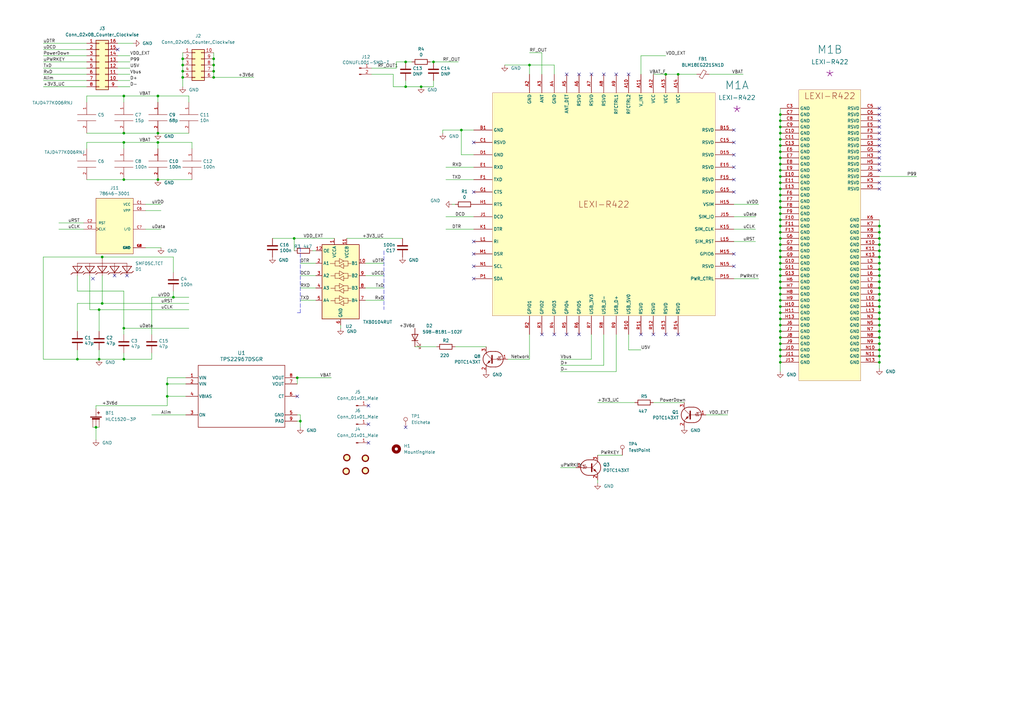
<source format=kicad_sch>
(kicad_sch (version 20231120) (generator "eeschema") (generator_version "8.0")
  (paper "A3")
  (title_block (title "Modem BG95") (rev "4.0") (company "Delta Electronics SRL"))
  (junction (at 320.04 69.85))
  (junction (at 87.63 26.67))
  (junction (at 320.04 123.19))
  (junction (at 68.58 162.56))
  (junction (at 74.93 24.13))
  (junction (at 320.04 87.63))
  (junction (at 320.04 90.17))
  (junction (at 360.68 130.81))
  (junction (at 166.37 25.4))
  (junction (at 64.77 58.42))
  (junction (at 320.04 146.05))
  (junction (at 121.92 154.94))
  (junction (at 273.05 30.48))
  (junction (at 360.68 107.95))
  (junction (at 360.68 100.33))
  (junction (at 41.91 124.46))
  (junction (at 189.23 53.34))
  (junction (at 320.04 140.97))
  (junction (at 320.04 100.33))
  (junction (at 320.04 130.81))
  (junction (at 320.04 135.89))
  (junction (at 50.8 147.32))
  (junction (at 360.68 128.27))
  (junction (at 74.93 29.21))
  (junction (at 68.58 157.48))
  (junction (at 64.77 73.66))
  (junction (at 320.04 46.99))
  (junction (at 360.68 95.25))
  (junction (at 320.04 64.77))
  (junction (at 360.68 140.97))
  (junction (at 320.04 82.55))
  (junction (at 50.8 54.61))
  (junction (at 360.68 113.03))
  (junction (at 123.19 172.72))
  (junction (at 320.04 49.53))
  (junction (at 71.12 121.92))
  (junction (at 41.91 105.41))
  (junction (at 320.04 105.41))
  (junction (at 360.68 102.87))
  (junction (at 120.65 97.79))
  (junction (at 320.04 54.61))
  (junction (at 50.8 58.42))
  (junction (at 360.68 148.59))
  (junction (at 177.8 25.4))
  (junction (at 320.04 118.11))
  (junction (at 50.8 73.66))
  (junction (at 320.04 85.09))
  (junction (at 360.68 125.73))
  (junction (at 320.04 57.15))
  (junction (at 74.93 31.75))
  (junction (at 320.04 128.27))
  (junction (at 31.75 147.32))
  (junction (at 320.04 115.57))
  (junction (at 320.04 97.79))
  (junction (at 360.68 110.49))
  (junction (at 172.72 35.56))
  (junction (at 217.17 26.67))
  (junction (at 360.68 135.89))
  (junction (at 320.04 80.01))
  (junction (at 320.04 92.71))
  (junction (at 360.68 118.11))
  (junction (at 87.63 29.21))
  (junction (at 360.68 133.35))
  (junction (at 278.13 30.48))
  (junction (at 87.63 24.13))
  (junction (at 320.04 95.25))
  (junction (at 360.68 115.57))
  (junction (at 320.04 133.35))
  (junction (at 360.68 120.65))
  (junction (at 320.04 59.69))
  (junction (at 320.04 125.73))
  (junction (at 320.04 120.65))
  (junction (at 50.8 39.37))
  (junction (at 360.68 123.19))
  (junction (at 50.8 134.62))
  (junction (at 39.37 175.26))
  (junction (at 64.77 39.37))
  (junction (at 64.77 54.61))
  (junction (at 320.04 113.03))
  (junction (at 40.64 147.32))
  (junction (at 320.04 62.23))
  (junction (at 360.68 97.79))
  (junction (at 360.68 92.71))
  (junction (at 360.68 143.51))
  (junction (at 320.04 52.07))
  (junction (at 320.04 143.51))
  (junction (at 320.04 77.47))
  (junction (at 320.04 148.59))
  (junction (at 320.04 72.39))
  (junction (at 166.37 35.56))
  (junction (at 40.64 127))
  (junction (at 360.68 146.05))
  (junction (at 320.04 102.87))
  (junction (at 360.68 138.43))
  (junction (at 320.04 74.93))
  (junction (at 74.93 26.67))
  (junction (at 320.04 67.31))
  (junction (at 360.68 105.41))
  (junction (at 320.04 138.43))
  (junction (at 87.63 31.75))
  (junction (at 320.04 110.49))
  (junction (at 320.04 107.95))
  (no_connect (at 151.13 181.61))
  (no_connect (at 52.07 113.03))
  (no_connect (at 300.99 58.42))
  (no_connect (at 194.31 78.74))
  (no_connect (at 360.68 67.31))
  (no_connect (at 151.13 166.37))
  (no_connect (at 262.89 137.16))
  (no_connect (at 48.26 20.32))
  (no_connect (at 222.25 137.16))
  (no_connect (at 252.73 30.48))
  (no_connect (at 194.31 104.14))
  (no_connect (at 300.99 63.5))
  (no_connect (at 360.68 54.61))
  (no_connect (at 237.49 30.48))
  (no_connect (at 121.92 162.56))
  (no_connect (at 360.68 49.53))
  (no_connect (at 194.31 58.42))
  (no_connect (at 242.57 30.48))
  (no_connect (at 300.99 73.66))
  (no_connect (at 273.05 137.16))
  (no_connect (at 360.68 44.45))
  (no_connect (at 166.37 175.26))
  (no_connect (at 360.68 77.47))
  (no_connect (at 46.99 113.03))
  (no_connect (at 300.99 68.58))
  (no_connect (at 257.81 30.48))
  (no_connect (at 360.68 62.23))
  (no_connect (at 300.99 104.14))
  (no_connect (at 232.41 30.48))
  (no_connect (at 278.13 137.16))
  (no_connect (at 300.99 109.22))
  (no_connect (at 360.68 57.15))
  (no_connect (at 360.68 74.93))
  (no_connect (at 267.97 137.16))
  (no_connect (at 360.68 69.85))
  (no_connect (at 38.1 114.3))
  (no_connect (at 194.31 109.22))
  (no_connect (at 227.33 137.16))
  (no_connect (at 300.99 53.34))
  (no_connect (at 360.68 64.77))
  (no_connect (at 247.65 30.48))
  (no_connect (at 360.68 46.99))
  (no_connect (at 360.68 52.07))
  (no_connect (at 194.31 99.06))
  (no_connect (at 360.68 59.69))
  (no_connect (at 237.49 137.16))
  (no_connect (at 300.99 78.74))
  (no_connect (at 194.31 114.3))
  (no_connect (at 232.41 137.16))
  (no_connect (at 151.13 173.99))
  (wire (pts (xy 189.23 53.34) (xy 194.31 53.34)))
  (wire (pts (xy 68.58 157.48) (xy 76.2 157.48)))
  (wire (pts (xy 320.04 115.57) (xy 320.04 118.11)))
  (wire (pts (xy 17.78 27.94) (xy 35.56 27.94)))
  (wire (pts (xy 36.83 113.03) (xy 36.83 127)))
  (wire (pts (xy 320.04 80.01) (xy 320.04 82.55)))
  (wire (pts (xy 48.26 35.56) (xy 53.34 35.56)))
  (wire (pts (xy 162.56 25.4) (xy 162.56 27.94)))
  (wire (pts (xy 360.68 113.03) (xy 360.68 115.57)))
  (wire (pts (xy 320.04 140.97) (xy 320.04 143.51)))
  (wire (pts (xy 229.87 152.4) (xy 252.73 152.4)))
  (wire (pts (xy 320.04 52.07) (xy 320.04 54.61)))
  (wire (pts (xy 320.04 146.05) (xy 320.04 148.59)))
  (wire (pts (xy 121.92 154.94) (xy 135.89 154.94)))
  (wire (pts (xy 172.72 35.56) (xy 177.8 35.56)))
  (wire (pts (xy 360.68 92.71) (xy 360.68 95.25)))
  (wire (pts (xy 245.11 196.85) (xy 245.11 198.12)))
  (wire (pts (xy 35.56 58.42) (xy 50.8 58.42)))
  (wire (pts (xy 157.48 107.95) (xy 149.86 107.95)))
  (wire (pts (xy 68.58 157.48) (xy 68.58 154.94)))
  (wire (pts (xy 360.68 123.19) (xy 360.68 125.73)))
  (wire (pts (xy 320.04 64.77) (xy 320.04 67.31)))
  (wire (pts (xy 177.8 33.02) (xy 177.8 35.56)))
  (wire (pts (xy 40.64 143.51) (xy 40.64 147.32)))
  (wire (pts (xy 360.68 107.95) (xy 360.68 110.49)))
  (wire (pts (xy 50.8 39.37) (xy 64.77 39.37)))
  (wire (pts (xy 229.87 149.86) (xy 247.65 149.86)))
  (wire (pts (xy 222.25 30.48) (xy 222.25 21.59)))
  (wire (pts (xy 31.75 147.32) (xy 40.64 147.32)))
  (wire (pts (xy 300.99 99.06) (xy 309.88 99.06)))
  (wire (pts (xy 360.68 72.39) (xy 375.92 72.39)))
  (wire (pts (xy 121.92 172.72) (xy 123.19 172.72)))
  (wire (pts (xy 17.78 147.32) (xy 31.75 147.32)))
  (wire (pts (xy 31.75 143.51) (xy 31.75 147.32)))
  (wire (pts (xy 120.65 97.79) (xy 120.65 102.87)))
  (wire (pts (xy 194.31 93.98) (xy 182.88 93.98)))
  (wire (pts (xy 62.23 137.16) (xy 62.23 121.92)))
  (wire (pts (xy 161.29 35.56) (xy 166.37 35.56)))
  (wire (pts (xy 68.58 154.94) (xy 76.2 154.94)))
  (wire (pts (xy 87.63 24.13) (xy 87.63 26.67)))
  (wire (pts (xy 59.69 86.36) (xy 66.04 86.36)))
  (wire (pts (xy 257.81 137.16) (xy 257.81 143.51)))
  (wire (pts (xy 298.45 170.18) (xy 289.56 170.18)))
  (wire (pts (xy 320.04 54.61) (xy 320.04 57.15)))
  (wire (pts (xy 40.64 127) (xy 77.47 127)))
  (wire (pts (xy 39.37 166.37) (xy 68.58 166.37)))
  (wire (pts (xy 320.04 130.81) (xy 320.04 133.35)))
  (wire (pts (xy 17.78 25.4) (xy 35.56 25.4)))
  (wire (pts (xy 129.54 113.03) (xy 123.19 113.03)))
  (wire (pts (xy 50.8 41.91) (xy 50.8 39.37)))
  (wire (pts (xy 35.56 54.61) (xy 50.8 54.61)))
  (wire (pts (xy 181.61 53.34) (xy 189.23 53.34)))
  (wire (pts (xy 71.12 121.92) (xy 77.47 121.92)))
  (wire (pts (xy 217.17 26.67) (xy 217.17 30.48)))
  (wire (pts (xy 48.26 22.86) (xy 53.34 22.86)))
  (wire (pts (xy 320.04 133.35) (xy 320.04 135.89)))
  (wire (pts (xy 320.04 128.27) (xy 320.04 130.81)))
  (wire (pts (xy 121.92 154.94) (xy 121.92 157.48)))
  (wire (pts (xy 39.37 180.34) (xy 39.37 175.26)))
  (wire (pts (xy 31.75 124.46) (xy 31.75 135.89)))
  (wire (pts (xy 290.83 30.48) (xy 304.8 30.48)))
  (wire (pts (xy 217.17 137.16) (xy 217.17 147.32)))
  (wire (pts (xy 123.19 175.26) (xy 123.19 172.72)))
  (wire (pts (xy 87.63 21.59) (xy 87.63 24.13)))
  (wire (pts (xy 320.04 46.99) (xy 320.04 49.53)))
  (wire (pts (xy 320.04 49.53) (xy 320.04 52.07)))
  (wire (pts (xy 320.04 44.45) (xy 320.04 46.99)))
  (wire (pts (xy 320.04 143.51) (xy 320.04 146.05)))
  (wire (pts (xy 185.42 83.82) (xy 186.69 83.82)))
  (wire (pts (xy 227.33 30.48) (xy 227.33 26.67)))
  (wire (pts (xy 360.68 130.81) (xy 360.68 133.35)))
  (wire (pts (xy 64.77 58.42) (xy 78.74 58.42)))
  (wire (pts (xy 77.47 39.37) (xy 77.47 41.91)))
  (wire (pts (xy 252.73 152.4) (xy 252.73 137.16)))
  (wire (pts (xy 229.87 147.32) (xy 242.57 147.32)))
  (wire (pts (xy 320.04 148.59) (xy 320.04 152.4)))
  (wire (pts (xy 17.78 30.48) (xy 35.56 30.48)))
  (wire (pts (xy 280.67 165.1) (xy 267.97 165.1)))
  (wire (pts (xy 320.04 95.25) (xy 320.04 97.79)))
  (wire (pts (xy 76.2 170.18) (xy 62.23 170.18)))
  (polyline (pts (xy 157.48 102.87) (xy 157.48 127)) (stroke (width 0) (type dash)))
  (wire (pts (xy 35.56 60.96) (xy 35.56 58.42)))
  (wire (pts (xy 59.69 93.98) (xy 66.04 93.98)))
  (wire (pts (xy 35.56 39.37) (xy 50.8 39.37)))
  (wire (pts (xy 35.56 73.66) (xy 50.8 73.66)))
  (wire (pts (xy 123.19 172.72) (xy 123.19 170.18)))
  (wire (pts (xy 320.04 97.79) (xy 320.04 100.33)))
  (wire (pts (xy 48.26 25.4) (xy 53.34 25.4)))
  (wire (pts (xy 217.17 26.67) (xy 207.01 26.67)))
  (wire (pts (xy 360.68 120.65) (xy 360.68 123.19)))
  (wire (pts (xy 194.31 88.9) (xy 182.88 88.9)))
  (wire (pts (xy 273.05 30.48) (xy 278.13 30.48)))
  (wire (pts (xy 189.23 53.34) (xy 189.23 63.5)))
  (wire (pts (xy 320.04 57.15) (xy 320.04 59.69)))
  (wire (pts (xy 139.7 133.35) (xy 139.7 134.62)))
  (wire (pts (xy 50.8 134.62) (xy 77.47 134.62)))
  (wire (pts (xy 48.26 30.48) (xy 53.34 30.48)))
  (wire (pts (xy 320.04 100.33) (xy 320.04 102.87)))
  (wire (pts (xy 320.04 74.93) (xy 320.04 77.47)))
  (wire (pts (xy 217.17 21.59) (xy 222.25 21.59)))
  (wire (pts (xy 262.89 22.86) (xy 273.05 22.86)))
  (wire (pts (xy 300.99 93.98) (xy 309.88 93.98)))
  (wire (pts (xy 360.68 110.49) (xy 360.68 113.03)))
  (wire (pts (xy 267.97 30.48) (xy 273.05 30.48)))
  (wire (pts (xy 35.56 20.32) (xy 17.78 20.32)))
  (wire (pts (xy 123.19 170.18) (xy 121.92 170.18)))
  (wire (pts (xy 62.23 121.92) (xy 71.12 121.92)))
  (wire (pts (xy 320.04 85.09) (xy 320.04 87.63)))
  (wire (pts (xy 320.04 125.73) (xy 320.04 128.27)))
  (wire (pts (xy 320.04 138.43) (xy 320.04 140.97)))
  (wire (pts (xy 320.04 123.19) (xy 320.04 125.73)))
  (wire (pts (xy 360.68 115.57) (xy 360.68 118.11)))
  (wire (pts (xy 123.19 107.95) (xy 129.54 107.95)))
  (wire (pts (xy 189.23 63.5) (xy 194.31 63.5)))
  (wire (pts (xy 257.81 143.51) (xy 262.89 143.51)))
  (wire (pts (xy 166.37 35.56) (xy 172.72 35.56)))
  (wire (pts (xy 64.77 41.91) (xy 64.77 39.37)))
  (wire (pts (xy 242.57 137.16) (xy 242.57 147.32)))
  (wire (pts (xy 41.91 113.03) (xy 41.91 124.46)))
  (wire (pts (xy 64.77 60.96) (xy 64.77 58.42)))
  (wire (pts (xy 39.37 175.26) (xy 40.64 175.26)))
  (wire (pts (xy 360.68 90.17) (xy 360.68 92.71)))
  (wire (pts (xy 17.78 147.32) (xy 17.78 105.41)))
  (wire (pts (xy 87.63 29.21) (xy 87.63 31.75)))
  (wire (pts (xy 87.63 31.75) (xy 104.14 31.75)))
  (wire (pts (xy 177.8 25.4) (xy 187.96 25.4)))
  (wire (pts (xy 129.54 118.11) (xy 123.19 118.11)))
  (wire (pts (xy 34.29 93.98) (xy 24.13 93.98)))
  (wire (pts (xy 236.22 191.77) (xy 229.87 191.77)))
  (wire (pts (xy 50.8 147.32) (xy 62.23 147.32)))
  (wire (pts (xy 40.64 127) (xy 40.64 135.89)))
  (wire (pts (xy 34.29 91.44) (xy 24.13 91.44)))
  (wire (pts (xy 157.48 118.11) (xy 149.86 118.11)))
  (wire (pts (xy 111.76 97.79) (xy 120.65 97.79)))
  (wire (pts (xy 170.18 142.24) (xy 179.07 142.24)))
  (wire (pts (xy 360.68 148.59) (xy 360.68 151.13)))
  (wire (pts (xy 152.4 30.48) (xy 161.29 30.48)))
  (wire (pts (xy 50.8 60.96) (xy 50.8 58.42)))
  (wire (pts (xy 452.12 196.85) (xy 461.01 196.85)))
  (wire (pts (xy 360.68 143.51) (xy 360.68 146.05)))
  (wire (pts (xy 64.77 39.37) (xy 77.47 39.37)))
  (wire (pts (xy 320.04 67.31) (xy 320.04 69.85)))
  (wire (pts (xy 162.56 27.94) (xy 152.4 27.94)))
  (wire (pts (xy 360.68 128.27) (xy 360.68 130.81)))
  (wire (pts (xy 452.12 194.31) (xy 461.01 194.31)))
  (wire (pts (xy 320.04 77.47) (xy 320.04 80.01)))
  (wire (pts (xy 247.65 149.86) (xy 247.65 137.16)))
  (wire (pts (xy 161.29 30.48) (xy 161.29 35.56)))
  (wire (pts (xy 360.68 105.41) (xy 360.68 107.95)))
  (wire (pts (xy 17.78 105.41) (xy 41.91 105.41)))
  (wire (pts (xy 166.37 25.4) (xy 168.91 25.4)))
  (wire (pts (xy 71.12 119.38) (xy 71.12 121.92)))
  (wire (pts (xy 320.04 110.49) (xy 320.04 113.03)))
  (wire (pts (xy 68.58 162.56) (xy 68.58 157.48)))
  (wire (pts (xy 320.04 107.95) (xy 320.04 110.49)))
  (wire (pts (xy 360.68 133.35) (xy 360.68 135.89)))
  (wire (pts (xy 31.75 119.38) (xy 50.8 119.38)))
  (wire (pts (xy 320.04 72.39) (xy 320.04 74.93)))
  (wire (pts (xy 360.68 95.25) (xy 360.68 97.79)))
  (wire (pts (xy 50.8 58.42) (xy 64.77 58.42)))
  (wire (pts (xy 311.15 114.3) (xy 300.99 114.3)))
  (wire (pts (xy 320.04 92.71) (xy 320.04 95.25)))
  (wire (pts (xy 300.99 83.82) (xy 311.15 83.82)))
  (wire (pts (xy 227.33 26.67) (xy 217.17 26.67)))
  (wire (pts (xy 64.77 73.66) (xy 78.74 73.66)))
  (wire (pts (xy 278.13 30.48) (xy 285.75 30.48)))
  (wire (pts (xy 360.68 118.11) (xy 360.68 120.65)))
  (wire (pts (xy 166.37 25.4) (xy 162.56 25.4)))
  (wire (pts (xy 320.04 105.41) (xy 320.04 107.95)))
  (wire (pts (xy 360.68 138.43) (xy 360.68 140.97)))
  (wire (pts (xy 78.74 58.42) (xy 78.74 60.96)))
  (wire (pts (xy 50.8 54.61) (xy 64.77 54.61)))
  (wire (pts (xy 129.54 123.19) (xy 123.19 123.19)))
  (wire (pts (xy 40.64 127) (xy 36.83 127)))
  (wire (pts (xy 245.11 165.1) (xy 260.35 165.1)))
  (wire (pts (xy 320.04 82.55) (xy 320.04 85.09)))
  (wire (pts (xy 320.04 113.03) (xy 320.04 115.57)))
  (wire (pts (xy 62.23 147.32) (xy 62.23 144.78)))
  (wire (pts (xy 320.04 102.87) (xy 320.04 105.41)))
  (wire (pts (xy 77.47 124.46) (xy 41.91 124.46)))
  (wire (pts (xy 59.69 101.6) (xy 66.04 101.6)))
  (wire (pts (xy 176.53 25.4) (xy 177.8 25.4)))
  (wire (pts (xy 48.26 17.78) (xy 54.61 17.78)))
  (wire (pts (xy 74.93 21.59) (xy 74.93 24.13)))
  (wire (pts (xy 157.48 113.03) (xy 149.86 113.03)))
  (wire (pts (xy 320.04 120.65) (xy 320.04 123.19)))
  (wire (pts (xy 48.26 33.02) (xy 53.34 33.02)))
  (wire (pts (xy 48.26 27.94) (xy 53.34 27.94)))
  (wire (pts (xy 74.93 31.75) (xy 74.93 35.56)))
  (wire (pts (xy 59.69 83.82) (xy 66.04 83.82)))
  (wire (pts (xy 50.8 73.66) (xy 64.77 73.66)))
  (wire (pts (xy 74.93 24.13) (xy 74.93 26.67)))
  (wire (pts (xy 74.93 29.21) (xy 74.93 31.75)))
  (wire (pts (xy 194.31 68.58) (xy 182.88 68.58)))
  (wire (pts (xy 128.27 102.87) (xy 129.54 102.87)))
  (wire (pts (xy 87.63 26.67) (xy 87.63 29.21)))
  (wire (pts (xy 245.11 186.69) (xy 255.27 186.69)))
  (wire (pts (xy 181.61 54.61) (xy 181.61 53.34)))
  (wire (pts (xy 41.91 124.46) (xy 31.75 124.46)))
  (wire (pts (xy 41.91 105.41) (xy 71.12 105.41)))
  (wire (pts (xy 194.31 73.66) (xy 182.88 73.66)))
  (wire (pts (xy 64.77 54.61) (xy 77.47 54.61)))
  (wire (pts (xy 320.04 62.23) (xy 320.04 64.77)))
  (wire (pts (xy 360.68 102.87) (xy 360.68 105.41)))
  (wire (pts (xy 68.58 162.56) (xy 76.2 162.56)))
  (wire (pts (xy 360.68 140.97) (xy 360.68 143.51)))
  (wire (pts (xy 320.04 87.63) (xy 320.04 90.17)))
  (wire (pts (xy 17.78 22.86) (xy 35.56 22.86)))
  (wire (pts (xy 320.04 90.17) (xy 320.04 92.71)))
  (wire (pts (xy 199.39 142.24) (xy 186.69 142.24)))
  (wire (pts (xy 217.17 147.32) (xy 208.28 147.32)))
  (wire (pts (xy 31.75 113.03) (xy 31.75 119.38)))
  (wire (pts (xy 157.48 123.19) (xy 149.86 123.19)))
  (wire (pts (xy 50.8 119.38) (xy 50.8 134.62)))
  (wire (pts (xy 360.68 146.05) (xy 360.68 148.59)))
  (polyline (pts (xy 121.92 128.27) (xy 123.19 128.27)) (stroke (width 0) (type dash)))
  (wire (pts (xy 262.89 30.48) (xy 262.89 22.86)))
  (wire (pts (xy 120.65 97.79) (xy 137.16 97.79)))
  (wire (pts (xy 360.68 135.89) (xy 360.68 138.43)))
  (wire (pts (xy 360.68 125.73) (xy 360.68 128.27)))
  (wire (pts (xy 40.64 147.32) (xy 50.8 147.32)))
  (wire (pts (xy 71.12 105.41) (xy 71.12 111.76)))
  (wire (pts (xy 360.68 97.79) (xy 360.68 100.33)))
  (wire (pts (xy 166.37 35.56) (xy 166.37 33.02)))
  (wire (pts (xy 50.8 144.78) (xy 50.8 147.32)))
  (wire (pts (xy 38.1 175.26) (xy 39.37 175.26)))
  (wire (pts (xy 320.04 59.69) (xy 320.04 62.23)))
  (wire (pts (xy 68.58 166.37) (xy 68.58 162.56)))
  (polyline (pts (xy 123.19 101.6) (xy 123.19 128.27)) (stroke (width 0) (type dash)))
  (wire (pts (xy 17.78 33.02) (xy 35.56 33.02)))
  (wire (pts (xy 360.68 100.33) (xy 360.68 102.87)))
  (wire (pts (xy 39.37 166.37) (xy 39.37 167.64)))
  (wire (pts (xy 50.8 134.62) (xy 50.8 137.16)))
  (wire (pts (xy 320.04 118.11) (xy 320.04 120.65)))
  (wire (pts (xy 300.99 88.9) (xy 309.88 88.9)))
  (wire (pts (xy 142.24 97.79) (xy 165.1 97.79)))
  (wire (pts (xy 320.04 135.89) (xy 320.04 138.43)))
  (wire (pts (xy 35.56 41.91) (xy 35.56 39.37)))
  (wire (pts (xy 74.93 26.67) (xy 74.93 29.21)))
  (wire (pts (xy 35.56 35.56) (xy 17.78 35.56)))
  (wire (pts (xy 35.56 17.78) (xy 17.78 17.78)))
  (wire (pts (xy 320.04 69.85) (xy 320.04 72.39)))
  (label "uDCD" (at 17.78 20.32 0))
  (label "VBAT" (at 57.15 39.37 0))
  (label "D+" (at 53.34 33.02 0))
  (label "+3V6d" (at 104.14 31.75 180))
  (label "VDD_EXT" (at 124.46 97.79 0))
  (label "U5V" (at 262.89 143.51 0))
  (label "TXD" (at 185.42 73.66 0))
  (label "+3V3_UC" (at 148.59 97.79 0))
  (label "DCD" (at 123.19 113.03 0))
  (label "RF_OUT" (at 217.17 21.59 0))
  (label "PWRKEY" (at 254 186.69 180))
  (label "uData" (at 62.23 93.98 0))
  (label "PowerDown" (at 270.51 165.1 0))
  (label "uDTR" (at 157.48 107.95 180))
  (label "uVDD" (at 62.23 83.82 0))
  (label "uVDD" (at 306.07 83.82 0))
  (label "VBAT" (at 304.8 30.48 180))
  (label "T" (at 452.12 196.85 0))
  (label "D-" (at 53.34 35.56 0))
  (label "PWRKEY" (at 311.15 114.3 180))
  (label "VBAT" (at 57.15 58.42 0))
  (label "uRST" (at 304.8 99.06 0))
  (label "Vbus" (at 229.87 147.32 0))
  (label "uDCD" (at 157.48 113.03 180))
  (label "Alim" (at 66.04 170.18 0))
  (label "RxD" (at 157.48 123.19 180))
  (label "DTR" (at 123.19 107.95 0))
  (label "+3V3_UC" (at 17.78 35.56 0))
  (label "Alim" (at 17.78 33.02 0))
  (label "DCD" (at 186.69 88.9 0))
  (label "D+" (at 229.87 149.86 0))
  (label "Vbus" (at 53.34 30.48 0))
  (label "U5V" (at 53.34 27.94 0))
  (label "uPWRKEY" (at 17.78 25.4 0))
  (label "R" (at 452.12 194.31 0))
  (label "+3V3_UC" (at 245.11 165.1 0))
  (label "RXD" (at 185.42 68.58 0))
  (label "VBAT" (at 135.89 154.94 180))
  (label "uCLK" (at 27.94 93.98 0))
  (label "RxD" (at 17.78 30.48 0))
  (label "RF_OUT1" (at 154.94 27.94 0))
  (label "Network" (at 209.55 147.32 0))
  (label "uVDD" (at 64.77 121.92 0))
  (label "DTR" (at 185.42 93.98 0))
  (label "uRST" (at 27.94 91.44 0))
  (label "PowerDown" (at 17.78 22.86 0))
  (label "uPWRKEY" (at 229.87 191.77 0))
  (label "+3V6d" (at 48.26 166.37 180))
  (label "VBAT_F" (at 273.05 30.48 180))
  (label "uRST" (at 66.04 124.46 0))
  (label "uCLK" (at 304.8 93.98 0))
  (label "+3V6d" (at 170.18 134.62 180))
  (label "VDD_EXT" (at 273.05 22.86 0))
  (label "D-" (at 229.87 152.4 0))
  (label "VDD_EXT" (at 53.34 22.86 0))
  (label "uData" (at 57.15 134.62 0))
  (label "RXD" (at 123.19 118.11 0))
  (label "VDD_EXT" (at 290.83 170.18 0))
  (label "RF_OUT" (at 181.61 25.4 0))
  (label "TxD" (at 17.78 27.94 0))
  (label "TxD" (at 157.48 118.11 180))
  (label "uData" (at 304.8 88.9 0))
  (label "uDTR" (at 17.78 17.78 0))
  (label "P99" (at 53.34 25.4 0))
  (label "uCLK" (at 66.04 127 0))
  (label "TXD" (at 123.19 123.19 0))
  (label "P99" (at 375.92 72.39 180))
  (symbol (lib_id "Transistor_BJT:DTC143T") (at 201.93 147.32 0) (mirror y) (unit 1)
    (property "Reference" "Q8" (at 197.1548 146.1516 0) (effects (justify left)))
    (property "Value" "PDTC143XT" (at 197.1548 148.463 0) (effects (justify left)))
    (property "Footprint" "Package_TO_SOT_SMD:SOT-23" (effects (hide yes)))
    (property "VTPN" "4500-00010-00" (effects (hide yes)))
  )
  (symbol (lib_id "SMF05C:SMF05C") (at 44.45 110.49 180) (unit 1)
    (property "Reference" "D1" (at 55.4736 110.3884 0) (effects (justify right)))
    (property "Value" "SMF05C.TCT" (at 55.4736 108.077 0) (effects (justify right)))
    (property "Footprint" "Diode_SMD:SC70-6" (effects (hide yes)))
    (property "VTPN" "4724-00010-00" (effects (hide yes)))
  )
  (symbol (lib_id "Device:C") (at 31.75 139.7 0) (unit 1)
    (property "Reference" "C1" (at 34.671 138.5316 0) (effects (justify left)))
    (property "Value" "47p" (at 34.671 140.843 0) (effects (justify left)))
    (property "Footprint" "Capacitor_SMD:C_0603_1608Metric" (effects (hide yes)))
    (property "VTPN" "4106-00080-00" (effects (hide yes)))
  )
  (symbol (lib_id "Device:C") (at 40.64 139.7 0) (unit 1)
    (property "Reference" "C2" (at 43.561 138.5316 0) (effects (justify left)))
    (property "Value" "47p" (at 43.561 140.843 0) (effects (justify left)))
    (property "Footprint" "Capacitor_SMD:C_0603_1608Metric" (effects (hide yes)))
    (property "VTPN" "4106-00080-00" (effects (hide yes)))
  )
  (symbol (lib_id "Device:C") (at 50.8 140.97 0) (unit 1)
    (property "Reference" "C3" (at 53.721 139.8016 0) (effects (justify left)))
    (property "Value" "47p" (at 53.721 142.113 0) (effects (justify left)))
    (property "Footprint" "Capacitor_SMD:C_0603_1608Metric" (effects (hide yes)))
    (property "VTPN" "4106-00080-00" (effects (hide yes)))
  )
  (symbol (lib_id "Device:C") (at 71.12 115.57 0) (unit 1)
    (property "Reference" "C4" (at 74.041 114.4016 0) (effects (justify left)))
    (property "Value" "100n" (at 74.041 116.713 0) (effects (justify left)))
    (property "Footprint" "Capacitor_SMD:C_0603_1608Metric" (effects (hide yes)))
    (property "VTPN" "4106-00020-00" (effects (hide yes)))
  )
  (symbol (lib_id "pspice:CAP") (at 35.56 48.26 0) (unit 1)
    (property "Reference" "C5" (at 40.0812 47.0916 0) (effects (justify left)))
    (property "Value" "TAJD477K006RNJ" (at 13.208 42.164 0) (effects (justify left)))
    (property "Footprint" "Capacitor_Tantalum_SMD:CP_EIA-7361-38_AVX-V_Pad2.18x3.30mm_HandSolder" (effects (hide yes)))
    (property "VTPN" "4128-00100-00" (effects (hide yes)))
  )
  (symbol (lib_id "pspice:CAP") (at 50.8 48.26 0) (unit 1)
    (property "Reference" "C7" (at 55.3212 47.0916 0) (effects (justify left)))
    (property "Value" "15p" (at 55.3212 49.403 0) (effects (justify left)))
    (property "Footprint" "Capacitor_SMD:C_0603_1608Metric" (effects (hide yes)))
    (property "VTPN" "4106-00070-00" (effects (hide yes)))
  )
  (symbol (lib_id "pspice:CAP") (at 64.77 48.26 0) (unit 1)
    (property "Reference" "C9" (at 69.2912 47.0916 0) (effects (justify left)))
    (property "Value" "68p" (at 69.2912 49.403 0) (effects (justify left)))
    (property "Footprint" "Capacitor_SMD:C_0603_1608Metric" (effects (hide yes)))
    (property "VTPN" "4106-00060-00" (effects (hide yes)))
  )
  (symbol (lib_id "pspice:CAP") (at 77.47 48.26 0) (unit 1)
    (property "Reference" "C11" (at 81.9912 47.0916 0) (effects (justify left)))
    (property "Value" "10n" (at 81.9912 49.403 0) (effects (justify left)))
    (property "Footprint" "Capacitor_SMD:C_0603_1608Metric" (effects (hide yes)))
    (property "VTPN" "4106-00015-00" (effects (hide yes)))
  )
  (symbol (lib_id "pspice:CAP") (at 35.56 67.31 0) (unit 1)
    (property "Reference" "C6" (at 40.0812 66.1416 0) (effects (justify left)))
    (property "Value" "TAJD477K006RNJ" (at 18.1864 62.4332 0) (effects (justify left)))
    (property "Footprint" "Capacitor_Tantalum_SMD:CP_EIA-7361-38_AVX-V_Pad2.18x3.30mm_HandSolder" (effects (hide yes)))
    (property "VTPN" "4128-00100-00" (effects (hide yes)))
  )
  (symbol (lib_id "pspice:CAP") (at 50.8 67.31 0) (unit 1)
    (property "Reference" "C8" (at 55.3212 66.1416 0) (effects (justify left)))
    (property "Value" "100n" (at 55.3212 68.453 0) (effects (justify left)))
    (property "Footprint" "Capacitor_SMD:C_0603_1608Metric" (effects (hide yes)))
    (property "VTPN" "4106-00020-00" (effects (hide yes)))
  )
  (symbol (lib_id "pspice:CAP") (at 64.77 67.31 0) (unit 1)
    (property "Reference" "C10" (at 69.2912 66.1416 0) (effects (justify left)))
    (property "Value" "100n" (at 69.2912 68.453 0) (effects (justify left)))
    (property "Footprint" "Capacitor_SMD:C_0603_1608Metric" (effects (hide yes)))
    (property "VTPN" "4106-00020-00" (effects (hide yes)))
  )
  (symbol (lib_id "pspice:CAP") (at 78.74 67.31 0) (unit 1)
    (property "Reference" "C12" (at 83.2612 66.1416 0) (effects (justify left)))
    (property "Value" "100n" (at 83.2612 68.453 0) (effects (justify left)))
    (property "Footprint" "Capacitor_SMD:C_0603_1608Metric" (effects (hide yes)))
    (property "VTPN" "4106-00020-00" (effects (hide yes)))
  )
  (symbol (lib_id "Connector:Conn_01x02_Male") (at 147.32 27.94 0) (unit 1)
    (property "Reference" "J12" (at 150.0632 23.3426 0))
    (property "Value" "CONUFL001-SMD-T" (at 150.0632 25.654 0))
    (property "Footprint" "Connector_Coaxial:U.FL_Molex_MCRF_73412-0110_Vertical" (effects (hide yes)))
    (property "VTPN" "4416-00010-00" (effects (hide yes)))
  )
  (symbol (lib_id "SimSocketMolex:78646-3001") (at 46.99 91.44 0) (unit 1)
    (property "Reference" "J11" (at 46.99 77.089 0))
    (property "Value" "78646-3001" (at 46.99 79.4004 0))
    (property "Footprint" "Connector_Molex:MOLEX_78646-3001" (effects (hide yes)))
    (property "DESCRIPTION" "Conn Micro SIM Card SKT 6 POS 2.54mm Solder RA SMD 0.5A/Contact Embossed T/R" (effects (hide yes)))
    (property "PACKAGE" "None" (effects (hide yes)))
    (property "MF" "Molex" (effects (hide yes)))
    (property "DIGI-KEY_PART_NUMBER" "WM9364CT-ND" (effects (hide yes)))
    (property "DIGI-KEY_PURCHASE_URL" "https://www.digikey.in/product-detail/en/molex/0786463001/WM9364CT-ND/3770350?utm_source=snapeda&utm_medium=aggregator&utm_campaign=symbol" (effects (hide yes)))
    (property "MP" "78646-3001" (effects (hide yes)))
    (property "VTPN" "4414-00020-00" (effects (hide yes)))
  )
  (symbol (lib_id "Device:C") (at 62.23 140.97 0) (unit 1)
    (property "Reference" "C15" (at 65.151 139.8016 0) (effects (justify left)))
    (property "Value" "47p" (at 65.151 142.113 0) (effects (justify left)))
    (property "Footprint" "Capacitor_SMD:C_0603_1608Metric" (effects (hide yes)))
    (property "VTPN" "4106-00080-00" (effects (hide yes)))
  )
  (symbol (lib_id "Regulator_SwitchedCapacitor:TPS22967DSGR") (at 99.06 162.56 0) (unit 1)
    (property "Reference" "U1" (at 99.06 144.78 0) (effects (font (size 1.524 1.524))))
    (property "Value" "TPS22967DSGR" (at 99.06 147.32 0) (effects (font (size 1.524 1.524))))
    (property "Footprint" "Package_SON:WSON-8-1EP_2x2mm_P0.5mm_EP0.9x1.6mm_ThermalVias" (effects (hide yes)))
    (property "Datasheet" "TPS22967DSGR" (effects (hide yes)))
    (property "VTPN" "4702-01010-00" (effects (hide yes)))
  )
  (symbol (lib_id "Device:LED") (at 170.18 138.43 90) (unit 1)
    (property "Reference" "D2" (at 174.752 133.604 90) (effects (justify right)))
    (property "Value" "598-8181-102F" (at 173.228 136.144 90) (effects (justify right)))
    (property "Footprint" "LED_SMD:LED_0805_2012Metric" (effects (hide yes)))
    (property "Description" "Light emitting diode" (effects (hide yes)))
    (property "VTPN" "4752-01010-00" (effects (hide yes)))
  )
  (symbol (lib_id "Device:R") (at 190.5 83.82 90) (unit 1)
    (property "Reference" "R1" (at 190.5 78.5622 90))
    (property "Value" "0" (at 190.5 80.8736 90))
    (property "Footprint" "Resistor_SMD:R_0603_1608Metric" (effects (hide yes)))
    (property "VTPN" "4006-00001-00" (effects (hide yes)))
  )
  (symbol (lib_id "power:GND") (at 165.1 105.41 0) (mirror y) (unit 1)
    (property "Reference" "#PWR020" (effects (hide yes)))
    (property "Value" "GND" (at 167.64 106.6799 0) (effects (justify right)))
  )
  (symbol (lib_id "Device:R") (at 182.88 142.24 90) (unit 1)
    (property "Reference" "R2" (at 182.88 139.7 90))
    (property "Value" "220" (at 182.372 145.796 90))
    (property "Footprint" "Resistor_SMD:R_0603_1608Metric" (effects (hide yes)))
    (property "VTPN" "4006-00020-00" (effects (hide yes)))
  )
  (symbol (lib_id "power:GND") (at 139.7 134.62 0) (mirror y) (unit 1)
    (property "Reference" "#PWR013" (effects (hide yes)))
    (property "Value" "GND" (at 142.24 135.8899 0) (effects (justify right)))
  )
  (symbol (lib_id "Lexi:LEXI-R422") (at 327.66 36.83 0) (unit 2)
    (property "Reference" "M1" (at 340.36 20.32 0) (effects (font (size 3.2766 3.2766))))
    (property "Value" "LEXI-R422" (at 340.36 25.4 0) (effects (font (size 1.8288 1.8288))))
    (property "Footprint" "ublox:LEXI" (effects (hide yes)))
    (property "Description" "u-blox LEXI-R422 modules, a complete and cost-efficient solution offering multi-band LTE-M / NB-IoT / EGPRS data transmissions for low power wide area solutions in the ultra-compact LEXI form factor." (effects (hide yes)))
    (property "Manufacturer P/N" "*" (at 340.36 31.75 0) (effects (font (size 5.4864 5.4864))))
    (property "VTPN" "4716-00020-00" (effects (hide yes)))
  )
  (symbol (lib_id "power:GND") (at 172.72 35.56 0) (mirror y) (unit 1)
    (property "Reference" "#PWR010" (effects (hide yes)))
    (property "Value" "GND" (at 175.26 36.8299 0) (effects (justify right)))
  )
  (symbol (lib_id "power:GND") (at 40.64 147.32 0) (mirror y) (unit 1)
    (property "Reference" "#PWR08" (effects (hide yes)))
    (property "Value" "GND" (at 43.18 148.5899 0) (effects (justify right)))
  )
  (symbol (lib_id "Device:FerriteBead_Small") (at 288.29 30.48 90) (unit 1)
    (property "Reference" "FB1" (at 288.2519 24.13 90))
    (property "Value" "BLM18EG221SN1D" (at 288.2519 26.67 90))
    (property "Footprint" "Inductor_SMD:L_Walsin_WLFM201209x" (effects (hide yes)))
    (property "Description" "Ferrite bead, small symbol" (effects (hide yes)))
    (property "VTPN" "4300-01010-00" (effects (hide yes)))
  )
  (symbol (lib_id "Device:R") (at 124.46 102.87 90) (unit 1)
    (property "Reference" "R3" (at 123.2916 101.092 90) (effects (justify left)))
    (property "Value" "4k7" (at 128.016 101.092 90) (effects (justify left)))
    (property "Footprint" "Resistor_SMD:R_0603_1608Metric" (effects (hide yes)))
    (property "VTPN" "4006-00150-00" (effects (hide yes)))
  )
  (symbol (lib_id "power:GND") (at 207.01 26.67 0) (mirror y) (unit 1)
    (property "Reference" "#PWR06" (effects (hide yes)))
    (property "Value" "GND" (at 209.55 27.9399 0) (effects (justify right)))
  )
  (symbol (lib_id "Mechanical:Fiducial") (at 149.86 193.04 0) (unit 1)
    (property "Reference" "FID4" (effects (hide yes)))
    (property "Value" "Fiducial" (effects (hide yes)))
    (property "Footprint" "Fiducial:Fiducial_1mm_Mask2mm" (effects (hide yes)))
    (property "VTPN" "4000-00000-00" (effects (hide yes)))
  )
  (symbol (lib_id "Device:R") (at 172.72 25.4 90) (unit 1)
    (property "Reference" "R4" (at 172.72 20.1422 90))
    (property "Value" "0" (at 172.72 22.4536 90))
    (property "Footprint" "Resistor_SMD:R_0603_1608Metric" (effects (hide yes)))
    (property "VTPN" "4006-00001-00" (effects (hide yes)))
  )
  (symbol (lib_id "Connector:Conn_01x01_Male") (at 146.05 173.99 0) (unit 1)
    (property "Reference" "J6" (at 146.685 168.402 0))
    (property "Value" "Conn_01x01_Male" (at 146.685 170.942 0))
    (property "Footprint" "TestPoint:TestPoint_Pad_5.1x5.1mm" (effects (hide yes)))
    (property "VTPN" "4753-00010-00" (effects (hide yes)))
  )
  (symbol (lib_id "Device:C") (at 111.76 101.6 0) (unit 1)
    (property "Reference" "C16" (at 114.681 100.4316 0) (effects (justify left)))
    (property "Value" "100n" (at 114.681 102.743 0) (effects (justify left)))
    (property "Footprint" "Capacitor_SMD:C_0603_1608Metric" (effects (hide yes)))
    (property "VTPN" "4106-00020-00" (effects (hide yes)))
  )
  (symbol (lib_id "power:GND") (at 111.76 105.41 0) (mirror y) (unit 1)
    (property "Reference" "#PWR019" (effects (hide yes)))
    (property "Value" "GND" (at 114.3 106.6799 0) (effects (justify right)))
  )
  (symbol (lib_id "Transistor_BJT:DTC143T") (at 242.57 191.77 0) (unit 1)
    (property "Reference" "Q3" (at 247.3452 190.6016 0) (effects (justify left)))
    (property "Value" "PDTC143XT" (at 247.3452 192.913 0) (effects (justify left)))
    (property "Footprint" "Package_TO_SOT_SMD:SOT-23" (effects (hide yes)))
    (property "VTPN" "4500-00010-00" (effects (hide yes)))
  )
  (symbol (lib_id "Mechanical:Fiducial") (at 141.986 193.294 0) (unit 1)
    (property "Reference" "FID1" (effects (hide yes)))
    (property "Value" "Fiducial" (effects (hide yes)))
    (property "Footprint" "Fiducial:Fiducial_1mm_Mask2mm" (effects (hide yes)))
    (property "VTPN" "4000-00000-00" (effects (hide yes)))
  )
  (symbol (lib_id "Device:C") (at 165.1 101.6 180) (unit 1)
    (property "Reference" "C17" (at 162.179 102.7684 0) (effects (justify left)))
    (property "Value" "100n" (at 162.179 100.457 0) (effects (justify left)))
    (property "Footprint" "Capacitor_SMD:C_0603_1608Metric" (effects (hide yes)))
    (property "VTPN" "4106-00020-00" (effects (hide yes)))
  )
  (symbol (lib_id "Mechanical:Fiducial") (at 142.24 187.706 0) (unit 1)
    (property "Reference" "FID2" (effects (hide yes)))
    (property "Value" "Fiducial" (effects (hide yes)))
    (property "Footprint" "Fiducial:Fiducial_1mm_Mask2mm" (effects (hide yes)))
    (property "VTPN" "4000-00000-00" (effects (hide yes)))
  )
  (symbol (lib_id "Lexi:LEXI-R422") (at 201.93 38.1 0) (unit 1)
    (property "Reference" "M1" (at 302.26 34.9564 0) (effects (font (size 3.2766 3.2766))))
    (property "Value" "LEXI-R422" (at 302.26 40.0364 0) (effects (font (size 1.8288 1.8288))))
    (property "Footprint" "ublox:LEXI" (effects (hide yes)))
    (property "Description" "u-blox LEXI-R422 modules, a complete and cost-efficient solution offering multi-band LTE-M / NB-IoT / EGPRS data transmissions for low power wide area solutions in the ultra-compact LEXI form factor." (effects (hide yes)))
    (property "Manufacturer P/N" "*" (at 302.26 46.3865 0) (effects (font (size 5.4864 5.4864))))
    (property "VTPN" "4716-00020-00" (effects (hide yes)))
  )
  (symbol (lib_id "power:GND") (at 181.61 54.61 0) (mirror y) (unit 1)
    (property "Reference" "#PWR05" (effects (hide yes)))
    (property "Value" "GND" (at 184.15 55.8799 0) (effects (justify right)))
  )
  (symbol (lib_id "power:GND") (at 54.61 17.78 90) (mirror x) (unit 1)
    (property "Reference" "#PWR02" (effects (hide yes)))
    (property "Value" "GND" (at 58.42 17.7799 90) (effects (justify right)))
  )
  (symbol (lib_id "power:GND") (at 64.77 73.66 0) (mirror y) (unit 1)
    (property "Reference" "#PWR015" (effects (hide yes)))
    (property "Value" "GND" (at 67.31 74.9299 0) (effects (justify right)))
  )
  (symbol (lib_id "Connector_Generic:Conn_02x05_Counter_Clockwise") (at 80.01 26.67 0) (unit 1)
    (property "Reference" "J2" (at 81.28 14.732 0))
    (property "Value" "Conn_02x05_Counter_Clockwise" (at 81.28 17.272 0))
    (property "Footprint" "Connector_PinHeader_2.54mm:PinHeader_2x05_P2.54mm_Vertical_SMD_MOD" (effects (hide yes)))
    (property "VTPN" "4402-00020-00" (effects (hide yes)))
  )
  (symbol (lib_id "Connector:Conn_01x01_Male") (at 146.05 181.61 0) (unit 1)
    (property "Reference" "J4" (at 146.685 176.022 0))
    (property "Value" "Conn_01x01_Male" (at 146.685 178.562 0))
    (property "Footprint" "TestPoint:TestPoint_Pad_5.1x5.1mm" (effects (hide yes)))
    (property "VTPN" "4753-00010-00" (effects (hide yes)))
  )
  (symbol (lib_id "Device:C") (at 166.37 29.21 0) (unit 1)
    (property "Reference" "C13" (at 169.291 28.0416 0) (effects (justify left)))
    (property "Value" "DNP" (at 169.291 30.353 0) (effects (justify left)))
    (property "Footprint" "Capacitor_SMD:C_0603_1608Metric" (effects (hide yes)))
    (property "VTPN" "4106-00000-00" (effects (hide yes)))
  )
  (symbol (lib_id "power:GND") (at 320.04 152.4 0) (mirror y) (unit 1)
    (property "Reference" "#PWR03" (effects (hide yes)))
    (property "Value" "GND" (at 322.58 153.6699 0) (effects (justify right)))
  )
  (symbol (lib_id "Mechanical:MountingHole") (at 162.56 184.15 0) (unit 1)
    (property "Reference" "H1" (at 165.608 182.8799 0) (effects (justify left)))
    (property "Value" "MountingHole" (at 165.608 185.4199 0) (effects (justify left)))
    (property "Footprint" "MountingHole:MountingHole_2.5mm  Simpla" (effects (hide yes)))
    (property "VTPN" "4000-00000-00" (effects (hide yes)))
  )
  (symbol (lib_id "Connector:TestPoint") (at 255.27 186.69 0) (unit 1)
    (property "Reference" "TP4" (at 257.81 182.1179 0) (effects (justify left)))
    (property "Value" "TestPoint" (at 257.81 184.6579 0) (effects (justify left)))
    (property "Footprint" "TestPoint:TestPoint_Pad_D1.5mm" (effects (hide yes)))
    (property "Description" "test point" (effects (hide yes)))
    (property "VTPN" "4000-00000-00" (effects (hide yes)))
  )
  (symbol (lib_id "power:GND") (at 185.42 83.82 270) (mirror x) (unit 1)
    (property "Reference" "#PWR017" (effects (hide yes)))
    (property "Value" "GND" (at 180.594 82.296 90) (effects (justify right)))
  )
  (symbol (lib_id "power:GND") (at 66.04 101.6 0) (mirror y) (unit 1)
    (property "Reference" "#PWR07" (effects (hide yes)))
    (property "Value" "GND" (at 68.58 102.8699 0) (effects (justify right)))
  )
  (symbol (lib_id "power:GND") (at 280.67 175.26 0) (mirror y) (unit 1)
    (property "Reference" "#PWR018" (effects (hide yes)))
    (property "Value" "GND" (at 283.21 176.5299 0) (effects (justify right)))
  )
  (symbol (lib_id "power:GND") (at 360.68 151.13 0) (mirror y) (unit 1)
    (property "Reference" "#PWR04" (effects (hide yes)))
    (property "Value" "GND" (at 363.22 152.3999 0) (effects (justify right)))
  )
  (symbol (lib_id "Logic_LevelTranslator:TXB0104RUT") (at 139.7 115.57 0) (unit 1)
    (property "Reference" "U2" (at 141.7194 133.858 0) (effects (justify left)))
    (property "Value" "TXB0104RUT" (at 148.844 132.08 0) (effects (justify left)))
    (property "Footprint" "Package_DFN_QFN:Texas_R_PUQFN-N12" (effects (hide yes)))
    (property "Datasheet" "http://www.ti.com/lit/ds/symlink/txb0104.pdf" (effects (hide yes)))
    (property "VTPN" "4702-00010-00" (effects (hide yes)))
  )
  (symbol (lib_id "Device:R") (at 264.16 165.1 90) (unit 1)
    (property "Reference" "R5" (at 264.16 162.56 90))
    (property "Value" "4k7" (at 263.652 168.656 90))
    (property "Footprint" "Resistor_SMD:R_0603_1608Metric" (effects (hide yes)))
    (property "VTPN" "4006-00150-00" (effects (hide yes)))
  )
  (symbol (lib_id "Device:C") (at 177.8 29.21 0) (unit 1)
    (property "Reference" "C14" (at 180.721 28.0416 0) (effects (justify left)))
    (property "Value" "DNP" (at 180.721 30.353 0) (effects (justify left)))
    (property "Footprint" "Capacitor_SMD:C_0603_1608Metric" (effects (hide yes)))
    (property "VTPN" "4106-00000-00" (effects (hide yes)))
  )
  (symbol (lib_id "Connector:TestPoint") (at 166.37 175.26 0) (unit 1)
    (property "Reference" "TP1" (at 168.656 170.6879 0) (effects (justify left)))
    (property "Value" "Eticheta" (at 168.656 173.2279 0) (effects (justify left)))
    (property "Footprint" "Symbol:Eticheta" (effects (hide yes)))
    (property "VTPN" "4000-00000-00" (effects (hide yes)))
  )
  (symbol (lib_id "power:GND") (at 39.37 180.34 0) (mirror y) (unit 1)
    (property "Reference" "#PWR09" (effects (hide yes)))
    (property "Value" "GND" (at 41.91 181.6099 0) (effects (justify right)))
  )
  (symbol (lib_id "Device:HLC1520-3P") (at 39.37 172.72 0) (unit 1)
    (property "Reference" "BT1" (at 43.18 169.4179 0) (effects (justify left)))
    (property "Value" "HLC1520-3P" (at 43.18 171.9579 0) (effects (justify left)))
    (property "Footprint" "Battery:HLC1520-3P" (effects (hide yes)))
    (property "VTPN" "4200-00020-00" (effects (hide yes)))
  )
  (symbol (lib_id "power:GND") (at 245.11 198.12 0) (mirror y) (unit 1)
    (property "Reference" "#PWR012" (effects (hide yes)))
    (property "Value" "GND" (at 247.65 199.3899 0) (effects (justify right)))
  )
  (symbol (lib_id "Mechanical:Fiducial") (at 149.86 187.96 0) (unit 1)
    (property "Reference" "FID3" (effects (hide yes)))
    (property "Value" "Fiducial" (effects (hide yes)))
    (property "Footprint" "Fiducial:Fiducial_1mm_Mask2mm" (effects (hide yes)))
    (property "VTPN" "4000-00000-00" (effects (hide yes)))
  )
  (symbol (lib_id "power:GND") (at 199.39 152.4 0) (mirror y) (unit 1)
    (property "Reference" "#PWR011" (effects (hide yes)))
    (property "Value" "GND" (at 201.93 153.6699 0) (effects (justify right)))
  )
  (symbol (lib_id "Connector_Generic:Conn_02x08_Counter_Clockwise") (at 40.64 25.4 0) (unit 1)
    (property "Reference" "J3" (at 41.91 11.684 0))
    (property "Value" "Conn_02x08_Counter_Clockwise" (at 41.91 14.224 0))
    (property "Footprint" "Connector_PinHeader_2.54mm:PinHeader_2x08_P2.54mm_Vertical_SMD_MOD" (effects (hide yes)))
    (property "VTPN" "4402-00030-00" (effects (hide yes)))
  )
  (symbol (lib_id "Connector:Conn_01x01_Male") (at 146.05 166.37 0) (unit 1)
    (property "Reference" "J5" (at 146.685 160.782 0))
    (property "Value" "Conn_01x01_Male" (at 146.685 163.322 0))
    (property "Footprint" "TestPoint:TestPoint_Pad_5.1x5.1mm" (effects (hide yes)))
    (property "VTPN" "4753-00010-00" (effects (hide yes)))
  )
  (symbol (lib_id "Transistor_BJT:DTC143T") (at 283.21 170.18 0) (mirror y) (unit 1)
    (property "Reference" "Q1" (at 278.4348 169.0116 0) (effects (justify left)))
    (property "Value" "PDTC143XT" (at 278.4348 171.323 0) (effects (justify left)))
    (property "Footprint" "Package_TO_SOT_SMD:SOT-23" (effects (hide yes)))
    (property "VTPN" "4500-00010-00" (effects (hide yes)))
  )
  (symbol (lib_id "power:GND") (at 64.77 54.61 0) (mirror y) (unit 1)
    (property "Reference" "#PWR014" (effects (hide yes)))
    (property "Value" "GND" (at 67.31 55.8799 0) (effects (justify right)))
  )
  (symbol (lib_id "power:GND") (at 123.19 175.26 0) (mirror y) (unit 1)
    (property "Reference" "#PWR016" (effects (hide yes)))
    (property "Value" "GND" (at 125.73 176.5299 0) (effects (justify right)))
  )
  (symbol (lib_id "power:GND") (at 74.93 35.56 0) (mirror y) (unit 1)
    (property "Reference" "#PWR01" (effects (hide yes)))
    (property "Value" "GND" (at 77.47 36.8299 0) (effects (justify right)))
  )
)
</source>
